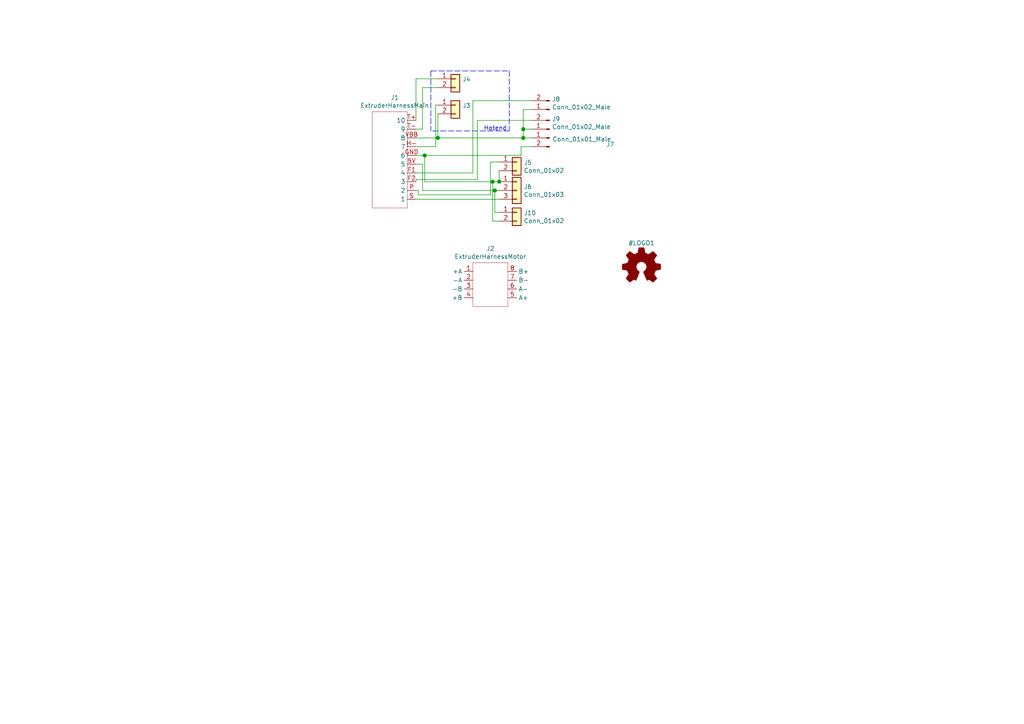
<source format=kicad_sch>
(kicad_sch (version 20210126) (generator eeschema)

  (paper "A4")

  (lib_symbols
    (symbol "Connector:Conn_01x02_Male" (pin_names (offset 1.016) hide) (in_bom yes) (on_board yes)
      (property "Reference" "J" (id 0) (at 0 2.54 0)
        (effects (font (size 1.27 1.27)))
      )
      (property "Value" "Conn_01x02_Male" (id 1) (at 0 -5.08 0)
        (effects (font (size 1.27 1.27)))
      )
      (property "Footprint" "" (id 2) (at 0 0 0)
        (effects (font (size 1.27 1.27)) hide)
      )
      (property "Datasheet" "~" (id 3) (at 0 0 0)
        (effects (font (size 1.27 1.27)) hide)
      )
      (property "ki_keywords" "connector" (id 4) (at 0 0 0)
        (effects (font (size 1.27 1.27)) hide)
      )
      (property "ki_description" "Generic connector, single row, 01x02, script generated (kicad-library-utils/schlib/autogen/connector/)" (id 5) (at 0 0 0)
        (effects (font (size 1.27 1.27)) hide)
      )
      (property "ki_fp_filters" "Connector*:*_1x??_*" (id 6) (at 0 0 0)
        (effects (font (size 1.27 1.27)) hide)
      )
      (symbol "Conn_01x02_Male_1_1"
        (rectangle (start 0.8636 -2.413) (end 0 -2.667)
          (stroke (width 0.1524)) (fill (type outline))
        )
        (rectangle (start 0.8636 0.127) (end 0 -0.127)
          (stroke (width 0.1524)) (fill (type outline))
        )
        (polyline
          (pts
            (xy 1.27 -2.54)
            (xy 0.8636 -2.54)
          )
          (stroke (width 0.1524)) (fill (type none))
        )
        (polyline
          (pts
            (xy 1.27 0)
            (xy 0.8636 0)
          )
          (stroke (width 0.1524)) (fill (type none))
        )
        (pin passive line (at 5.08 0 180) (length 3.81)
          (name "Pin_1" (effects (font (size 1.27 1.27))))
          (number "1" (effects (font (size 1.27 1.27))))
        )
        (pin passive line (at 5.08 -2.54 180) (length 3.81)
          (name "Pin_2" (effects (font (size 1.27 1.27))))
          (number "2" (effects (font (size 1.27 1.27))))
        )
      )
    )
    (symbol "Connector:ExtruderHarnessMain" (in_bom yes) (on_board yes)
      (property "Reference" "J" (id 0) (at -10.16 -40.64 0)
        (effects (font (size 1.27 1.27)))
      )
      (property "Value" "ExtruderHarnessMain" (id 1) (at -10.16 -40.64 0)
        (effects (font (size 1.27 1.27)))
      )
      (property "Footprint" "" (id 2) (at -10.16 -40.64 0)
        (effects (font (size 1.27 1.27)) hide)
      )
      (property "Datasheet" "" (id 3) (at -10.16 -40.64 0)
        (effects (font (size 1.27 1.27)) hide)
      )
      (symbol "ExtruderHarnessMain_0_1"
        (rectangle (start 7.62 17.78) (end 17.78 -10.16)
          (stroke (width 0.0006)) (fill (type none))
        )
      )
      (symbol "ExtruderHarnessMain_1_1"
        (pin output line (at 5.08 5.08 0) (length 2.54)
          (name "5" (effects (font (size 1.27 1.27))))
          (number "5V" (effects (font (size 1.27 1.27))))
        )
        (pin output line (at 5.08 7.62 0) (length 2.54)
          (name "4" (effects (font (size 1.27 1.27))))
          (number "F1" (effects (font (size 1.27 1.27))))
        )
        (pin output line (at 5.08 10.16 0) (length 2.54)
          (name "3" (effects (font (size 1.27 1.27))))
          (number "F2" (effects (font (size 1.27 1.27))))
        )
        (pin output line (at 5.08 2.54 0) (length 2.54)
          (name "6" (effects (font (size 1.27 1.27))))
          (number "GND" (effects (font (size 1.27 1.27))))
        )
        (pin output line (at 5.08 0 0) (length 2.54)
          (name "7" (effects (font (size 1.27 1.27))))
          (number "H-" (effects (font (size 1.27 1.27))))
        )
        (pin output line (at 5.08 12.7 0) (length 2.54)
          (name "2" (effects (font (size 1.27 1.27))))
          (number "P" (effects (font (size 1.27 1.27))))
        )
        (pin output line (at 5.08 15.24 0) (length 2.54)
          (name "1" (effects (font (size 1.27 1.27))))
          (number "S" (effects (font (size 1.27 1.27))))
        )
        (pin output line (at 5.08 -7.62 0) (length 2.54)
          (name "10" (effects (font (size 1.27 1.27))))
          (number "T+" (effects (font (size 1.27 1.27))))
        )
        (pin output line (at 5.08 -5.08 0) (length 2.54)
          (name "9" (effects (font (size 1.27 1.27))))
          (number "T-" (effects (font (size 1.27 1.27))))
        )
        (pin output line (at 5.08 -2.54 0) (length 2.54)
          (name "8" (effects (font (size 1.27 1.27))))
          (number "VBB" (effects (font (size 1.27 1.27))))
        )
      )
    )
    (symbol "Connector:ExtruderHarnessMotor" (in_bom yes) (on_board yes)
      (property "Reference" "J" (id 0) (at 0 -8.636 0)
        (effects (font (size 1.27 1.27)))
      )
      (property "Value" "ExtruderHarnessMotor" (id 1) (at 0 -8.636 0)
        (effects (font (size 1.27 1.27)))
      )
      (property "Footprint" "" (id 2) (at 0 -8.636 0)
        (effects (font (size 1.27 1.27)) hide)
      )
      (property "Datasheet" "" (id 3) (at 0 -8.636 0)
        (effects (font (size 1.27 1.27)) hide)
      )
      (symbol "ExtruderHarnessMotor_0_1"
        (rectangle (start -5.08 7.62) (end 5.08 -5.08)
          (stroke (width 0.0006)) (fill (type none))
        )
      )
      (symbol "ExtruderHarnessMotor_1_1"
        (pin input line (at -5.08 5.08 180) (length 2.54)
          (name "+A" (effects (font (size 1.27 1.27))))
          (number "1" (effects (font (size 1.27 1.27))))
        )
        (pin input line (at -5.08 2.54 180) (length 2.54)
          (name "-A" (effects (font (size 1.27 1.27))))
          (number "2" (effects (font (size 1.27 1.27))))
        )
        (pin input line (at -5.08 0 180) (length 2.54)
          (name "-B" (effects (font (size 1.27 1.27))))
          (number "3" (effects (font (size 1.27 1.27))))
        )
        (pin input line (at -5.08 -2.54 180) (length 2.54)
          (name "+B" (effects (font (size 1.27 1.27))))
          (number "4" (effects (font (size 1.27 1.27))))
        )
        (pin output line (at 5.08 -2.54 0) (length 2.54)
          (name "A+" (effects (font (size 1.27 1.27))))
          (number "5" (effects (font (size 1.27 1.27))))
        )
        (pin output line (at 5.08 0 0) (length 2.54)
          (name "A-" (effects (font (size 1.27 1.27))))
          (number "6" (effects (font (size 1.27 1.27))))
        )
        (pin output line (at 5.08 2.54 0) (length 2.54)
          (name "B-" (effects (font (size 1.27 1.27))))
          (number "7" (effects (font (size 1.27 1.27))))
        )
        (pin output line (at 5.08 5.08 0) (length 2.54)
          (name "B+" (effects (font (size 1.27 1.27))))
          (number "8" (effects (font (size 1.27 1.27))))
        )
      )
    )
    (symbol "Connector_Generic:Conn_01x02" (pin_names (offset 1.016) hide) (in_bom yes) (on_board yes)
      (property "Reference" "J" (id 0) (at 0 2.54 0)
        (effects (font (size 1.27 1.27)))
      )
      (property "Value" "Conn_01x02" (id 1) (at 0 -5.08 0)
        (effects (font (size 1.27 1.27)))
      )
      (property "Footprint" "" (id 2) (at 0 0 0)
        (effects (font (size 1.27 1.27)) hide)
      )
      (property "Datasheet" "~" (id 3) (at 0 0 0)
        (effects (font (size 1.27 1.27)) hide)
      )
      (property "ki_keywords" "connector" (id 4) (at 0 0 0)
        (effects (font (size 1.27 1.27)) hide)
      )
      (property "ki_description" "Generic connector, single row, 01x02, script generated (kicad-library-utils/schlib/autogen/connector/)" (id 5) (at 0 0 0)
        (effects (font (size 1.27 1.27)) hide)
      )
      (property "ki_fp_filters" "Connector*:*_1x??_*" (id 6) (at 0 0 0)
        (effects (font (size 1.27 1.27)) hide)
      )
      (symbol "Conn_01x02_1_1"
        (rectangle (start -1.27 -2.413) (end 0 -2.667)
          (stroke (width 0.1524)) (fill (type none))
        )
        (rectangle (start -1.27 0.127) (end 0 -0.127)
          (stroke (width 0.1524)) (fill (type none))
        )
        (rectangle (start -1.27 1.27) (end 1.27 -3.81)
          (stroke (width 0.254)) (fill (type background))
        )
        (pin passive line (at -5.08 0 0) (length 3.81)
          (name "Pin_1" (effects (font (size 1.27 1.27))))
          (number "1" (effects (font (size 1.27 1.27))))
        )
        (pin passive line (at -5.08 -2.54 0) (length 3.81)
          (name "Pin_2" (effects (font (size 1.27 1.27))))
          (number "2" (effects (font (size 1.27 1.27))))
        )
      )
    )
    (symbol "Connector_Generic:Conn_01x03" (pin_names (offset 1.016) hide) (in_bom yes) (on_board yes)
      (property "Reference" "J" (id 0) (at 0 5.08 0)
        (effects (font (size 1.27 1.27)))
      )
      (property "Value" "Conn_01x03" (id 1) (at 0 -5.08 0)
        (effects (font (size 1.27 1.27)))
      )
      (property "Footprint" "" (id 2) (at 0 0 0)
        (effects (font (size 1.27 1.27)) hide)
      )
      (property "Datasheet" "~" (id 3) (at 0 0 0)
        (effects (font (size 1.27 1.27)) hide)
      )
      (property "ki_keywords" "connector" (id 4) (at 0 0 0)
        (effects (font (size 1.27 1.27)) hide)
      )
      (property "ki_description" "Generic connector, single row, 01x03, script generated (kicad-library-utils/schlib/autogen/connector/)" (id 5) (at 0 0 0)
        (effects (font (size 1.27 1.27)) hide)
      )
      (property "ki_fp_filters" "Connector*:*_1x??_*" (id 6) (at 0 0 0)
        (effects (font (size 1.27 1.27)) hide)
      )
      (symbol "Conn_01x03_1_1"
        (rectangle (start -1.27 -2.413) (end 0 -2.667)
          (stroke (width 0.1524)) (fill (type none))
        )
        (rectangle (start -1.27 0.127) (end 0 -0.127)
          (stroke (width 0.1524)) (fill (type none))
        )
        (rectangle (start -1.27 2.667) (end 0 2.413)
          (stroke (width 0.1524)) (fill (type none))
        )
        (rectangle (start -1.27 3.81) (end 1.27 -3.81)
          (stroke (width 0.254)) (fill (type background))
        )
        (pin passive line (at -5.08 2.54 0) (length 3.81)
          (name "Pin_1" (effects (font (size 1.27 1.27))))
          (number "1" (effects (font (size 1.27 1.27))))
        )
        (pin passive line (at -5.08 0 0) (length 3.81)
          (name "Pin_2" (effects (font (size 1.27 1.27))))
          (number "2" (effects (font (size 1.27 1.27))))
        )
        (pin passive line (at -5.08 -2.54 0) (length 3.81)
          (name "Pin_3" (effects (font (size 1.27 1.27))))
          (number "3" (effects (font (size 1.27 1.27))))
        )
      )
    )
    (symbol "Graphic:Logo_Open_Hardware_Small" (pin_names (offset 1.016)) (in_bom yes) (on_board yes)
      (property "Reference" "#LOGO" (id 0) (at 0 6.985 0)
        (effects (font (size 1.27 1.27)) hide)
      )
      (property "Value" "Logo_Open_Hardware_Small" (id 1) (at 0 -5.715 0)
        (effects (font (size 1.27 1.27)) hide)
      )
      (property "Footprint" "" (id 2) (at 0 0 0)
        (effects (font (size 1.27 1.27)) hide)
      )
      (property "Datasheet" "~" (id 3) (at 0 0 0)
        (effects (font (size 1.27 1.27)) hide)
      )
      (property "ki_keywords" "Logo" (id 4) (at 0 0 0)
        (effects (font (size 1.27 1.27)) hide)
      )
      (property "ki_description" "Open Hardware logo, small" (id 5) (at 0 0 0)
        (effects (font (size 1.27 1.27)) hide)
      )
      (symbol "Logo_Open_Hardware_Small_0_1"
        (polyline
          (pts
            (xy 3.3528 -4.3434)
            (xy 3.302 -4.318)
            (xy 3.175 -4.2418)
            (xy 2.9972 -4.1148)
            (xy 2.7686 -3.9624)
            (xy 2.54 -3.81)
            (xy 2.3622 -3.7084)
            (xy 2.2352 -3.6068)
            (xy 2.1844 -3.5814)
            (xy 2.159 -3.6068)
            (xy 2.0574 -3.6576)
            (xy 1.905 -3.7338)
            (xy 1.8034 -3.7846)
            (xy 1.6764 -3.8354)
            (xy 1.6002 -3.8354)
            (xy 1.6002 -3.8354)
            (xy 1.5494 -3.7338)
            (xy 1.4732 -3.5306)
            (xy 1.3462 -3.302)
            (xy 1.2446 -3.0226)
            (xy 1.1176 -2.7178)
            (xy 0.9652 -2.413)
            (xy 0.8636 -2.1082)
            (xy 0.7366 -1.8288)
            (xy 0.6604 -1.6256)
            (xy 0.6096 -1.4732)
            (xy 0.5842 -1.397)
            (xy 0.5842 -1.397)
            (xy 0.6604 -1.3208)
            (xy 0.7874 -1.2446)
            (xy 1.0414 -1.016)
            (xy 1.2954 -0.6858)
            (xy 1.4478 -0.3302)
            (xy 1.524 0.0762)
            (xy 1.4732 0.4572)
            (xy 1.3208 0.8128)
            (xy 1.0668 1.143)
            (xy 0.762 1.3716)
            (xy 0.4064 1.524)
            (xy 0 1.5748)
            (xy -0.381 1.5494)
            (xy -0.7366 1.397)
            (xy -1.0668 1.143)
            (xy -1.2192 0.9906)
            (xy -1.397 0.6604)
            (xy -1.524 0.3048)
            (xy -1.524 0.2286)
            (xy -1.4986 -0.1778)
            (xy -1.397 -0.5334)
            (xy -1.1938 -0.8636)
            (xy -0.9144 -1.143)
            (xy -0.8636 -1.1684)
            (xy -0.7366 -1.27)
            (xy -0.635 -1.3462)
            (xy -0.5842 -1.397)
            (xy -1.0668 -2.5908)
            (xy -1.143 -2.794)
            (xy -1.2954 -3.1242)
            (xy -1.397 -3.4036)
            (xy -1.4986 -3.6322)
            (xy -1.5748 -3.7846)
            (xy -1.6002 -3.8354)
            (xy -1.6002 -3.8354)
            (xy -1.651 -3.8354)
            (xy -1.7272 -3.81)
            (xy -1.905 -3.7338)
            (xy -2.0066 -3.683)
            (xy -2.1336 -3.6068)
            (xy -2.2098 -3.5814)
            (xy -2.2606 -3.6068)
            (xy -2.3622 -3.683)
            (xy -2.54 -3.81)
            (xy -2.7686 -3.9624)
            (xy -2.9718 -4.0894)
            (xy -3.1496 -4.2164)
            (xy -3.302 -4.318)
            (xy -3.3528 -4.3434)
            (xy -3.3782 -4.3434)
            (xy -3.429 -4.318)
            (xy -3.5306 -4.2164)
            (xy -3.7084 -4.064)
            (xy -3.937 -3.8354)
            (xy -3.9624 -3.81)
            (xy -4.1656 -3.6068)
            (xy -4.318 -3.4544)
            (xy -4.4196 -3.3274)
            (xy -4.445 -3.2766)
            (xy -4.445 -3.2766)
            (xy -4.4196 -3.2258)
            (xy -4.318 -3.0734)
            (xy -4.2164 -2.8956)
            (xy -4.064 -2.667)
            (xy -3.6576 -2.0828)
            (xy -3.8862 -1.5494)
            (xy -3.937 -1.3716)
            (xy -4.0386 -1.1684)
            (xy -4.0894 -1.0414)
            (xy -4.1148 -0.9652)
            (xy -4.191 -0.9398)
            (xy -4.318 -0.9144)
            (xy -4.5466 -0.8636)
            (xy -4.8006 -0.8128)
            (xy -5.0546 -0.7874)
            (xy -5.2578 -0.7366)
            (xy -5.4356 -0.7112)
            (xy -5.5118 -0.6858)
            (xy -5.5118 -0.6858)
            (xy -5.5372 -0.635)
            (xy -5.5372 -0.5588)
            (xy -5.5372 -0.4318)
            (xy -5.5626 -0.2286)
            (xy -5.5626 0.0762)
            (xy -5.5626 0.127)
            (xy -5.5372 0.4064)
            (xy -5.5372 0.635)
            (xy -5.5372 0.762)
            (xy -5.5372 0.8382)
            (xy -5.5372 0.8382)
            (xy -5.461 0.8382)
            (xy -5.3086 0.889)
            (xy -5.08 0.9144)
            (xy -4.826 0.9652)
            (xy -4.8006 0.9906)
            (xy -4.5466 1.0414)
            (xy -4.318 1.0668)
            (xy -4.1656 1.1176)
            (xy -4.0894 1.143)
            (xy -4.0894 1.143)
            (xy -4.0386 1.2446)
            (xy -3.9624 1.4224)
            (xy -3.8608 1.6256)
            (xy -3.7846 1.8288)
            (xy -3.7084 2.0066)
            (xy -3.6576 2.159)
            (xy -3.6322 2.2098)
            (xy -3.6322 2.2098)
            (xy -3.683 2.286)
            (xy -3.7592 2.413)
            (xy -3.8862 2.5908)
            (xy -4.064 2.8194)
            (xy -4.064 2.8448)
            (xy -4.2164 3.0734)
            (xy -4.3434 3.2512)
            (xy -4.4196 3.3782)
            (xy -4.445 3.4544)
            (xy -4.445 3.4544)
            (xy -4.3942 3.5052)
            (xy -4.2926 3.6322)
            (xy -4.1148 3.81)
            (xy -3.937 4.0132)
            (xy -3.8608 4.064)
            (xy -3.6576 4.2926)
            (xy -3.5052 4.4196)
            (xy -3.4036 4.4958)
            (xy -3.3528 4.5212)
            (xy -3.3528 4.5212)
            (xy -3.302 4.4704)
            (xy -3.1496 4.3688)
            (xy -2.9718 4.2418)
            (xy -2.7432 4.0894)
            (xy -2.7178 4.0894)
            (xy -2.4892 3.937)
            (xy -2.3114 3.81)
            (xy -2.1844 3.7084)
            (xy -2.1336 3.683)
            (xy -2.1082 3.683)
            (xy -2.032 3.7084)
            (xy -1.8542 3.7592)
            (xy -1.6764 3.8354)
            (xy -1.4732 3.937)
            (xy -1.27 4.0132)
            (xy -1.143 4.064)
            (xy -1.0668 4.1148)
            (xy -1.0668 4.1148)
            (xy -1.0414 4.191)
            (xy -1.016 4.3434)
            (xy -0.9652 4.572)
            (xy -0.9144 4.8514)
            (xy -0.889 4.9022)
            (xy -0.8382 5.1562)
            (xy -0.8128 5.3848)
            (xy -0.7874 5.5372)
            (xy -0.762 5.588)
            (xy -0.7112 5.6134)
            (xy -0.5842 5.6134)
            (xy -0.4064 5.6134)
            (xy -0.1524 5.6134)
            (xy 0.0762 5.6134)
            (xy 0.3302 5.6134)
            (xy 0.5334 5.6134)
            (xy 0.6858 5.588)
            (xy 0.7366 5.588)
            (xy 0.7366 5.588)
            (xy 0.762 5.5118)
            (xy 0.8128 5.334)
            (xy 0.8382 5.1054)
            (xy 0.9144 4.826)
            (xy 0.9144 4.7752)
            (xy 0.9652 4.5212)
            (xy 1.016 4.2926)
            (xy 1.0414 4.1402)
            (xy 1.0668 4.0894)
            (xy 1.0668 4.0894)
            (xy 1.1938 4.0386)
            (xy 1.3716 3.9624)
            (xy 1.5748 3.8608)
            (xy 2.0828 3.6576)
            (xy 2.7178 4.0894)
            (xy 2.7686 4.1402)
            (xy 2.9972 4.2926)
            (xy 3.175 4.4196)
            (xy 3.302 4.4958)
            (xy 3.3782 4.5212)
            (xy 3.3782 4.5212)
            (xy 3.429 4.4704)
            (xy 3.556 4.3434)
            (xy 3.7338 4.191)
            (xy 3.9116 3.9878)
            (xy 4.064 3.8354)
            (xy 4.2418 3.6576)
            (xy 4.3434 3.556)
            (xy 4.4196 3.4798)
            (xy 4.4196 3.429)
            (xy 4.4196 3.4036)
            (xy 4.3942 3.3274)
            (xy 4.2926 3.2004)
            (xy 4.1656 2.9972)
            (xy 4.0132 2.794)
            (xy 3.8862 2.5908)
            (xy 3.7592 2.3876)
            (xy 3.6576 2.2352)
            (xy 3.6322 2.159)
            (xy 3.6322 2.1336)
            (xy 3.683 2.0066)
            (xy 3.7592 1.8288)
            (xy 3.8608 1.6002)
            (xy 4.064 1.1176)
            (xy 4.3942 1.0414)
            (xy 4.5974 1.016)
            (xy 4.8768 0.9652)
            (xy 5.1308 0.9144)
            (xy 5.5372 0.8382)
            (xy 5.5626 -0.6604)
            (xy 5.4864 -0.6858)
            (xy 5.4356 -0.6858)
            (xy 5.2832 -0.7366)
            (xy 5.0546 -0.762)
            (xy 4.8006 -0.8128)
            (xy 4.5974 -0.8636)
            (xy 4.3688 -0.9144)
            (xy 4.2164 -0.9398)
            (xy 4.1402 -0.9398)
            (xy 4.1148 -0.9652)
            (xy 4.064 -1.0668)
            (xy 3.9878 -1.2446)
            (xy 3.9116 -1.4478)
            (xy 3.81 -1.651)
            (xy 3.7338 -1.8542)
            (xy 3.683 -2.0066)
            (xy 3.6576 -2.0828)
            (xy 3.683 -2.1336)
            (xy 3.7846 -2.2606)
            (xy 3.8862 -2.4638)
            (xy 4.0386 -2.667)
            (xy 4.191 -2.8956)
            (xy 4.318 -3.0734)
            (xy 4.3942 -3.2004)
            (xy 4.445 -3.2766)
            (xy 4.4196 -3.3274)
            (xy 4.3434 -3.429)
            (xy 4.1656 -3.5814)
            (xy 3.937 -3.8354)
            (xy 3.8862 -3.8608)
            (xy 3.683 -4.064)
            (xy 3.5306 -4.2164)
            (xy 3.4036 -4.318)
            (xy 3.3528 -4.3434)
          )
          (stroke (width 0)) (fill (type outline))
        )
      )
    )
  )

  (junction (at 123.19 45.085) (diameter 1.016) (color 0 0 0 0))
  (junction (at 127 40.005) (diameter 1.016) (color 0 0 0 0))
  (junction (at 142.875 52.705) (diameter 1.016) (color 0 0 0 0))
  (junction (at 143.51 55.245) (diameter 1.016) (color 0 0 0 0))
  (junction (at 144.78 52.705) (diameter 1.016) (color 0 0 0 0))
  (junction (at 151.765 37.465) (diameter 1.016) (color 0 0 0 0))
  (junction (at 151.765 40.005) (diameter 1.016) (color 0 0 0 0))

  (wire (pts (xy 120.65 22.86) (xy 127 22.86))
    (stroke (width 0) (type solid) (color 0 0 0 0))
    (uuid e0660b2d-b63a-4d60-8ffc-0065f7ccb690)
  )
  (wire (pts (xy 120.65 34.925) (xy 120.65 22.86))
    (stroke (width 0) (type solid) (color 0 0 0 0))
    (uuid e0660b2d-b63a-4d60-8ffc-0065f7ccb690)
  )
  (wire (pts (xy 120.65 40.005) (xy 127 40.005))
    (stroke (width 0) (type solid) (color 0 0 0 0))
    (uuid e837553e-6246-40ec-90d9-2f190d96efc5)
  )
  (wire (pts (xy 120.65 42.545) (xy 126.365 42.545))
    (stroke (width 0) (type solid) (color 0 0 0 0))
    (uuid dd985039-bfd5-4eb8-a455-a6e25e8df504)
  )
  (wire (pts (xy 120.65 47.625) (xy 122.555 47.625))
    (stroke (width 0) (type solid) (color 0 0 0 0))
    (uuid 536d4b73-d0db-4b3a-bb4b-b8aa7eebebc6)
  )
  (wire (pts (xy 120.65 50.165) (xy 137.16 50.165))
    (stroke (width 0) (type solid) (color 0 0 0 0))
    (uuid 45ef348f-e3ad-44fd-b7ff-032e0c305dad)
  )
  (wire (pts (xy 120.65 52.07) (xy 120.65 52.705))
    (stroke (width 0) (type solid) (color 0 0 0 0))
    (uuid 01d29180-6127-4306-b55d-b8eb4f4b146f)
  )
  (wire (pts (xy 120.65 55.245) (xy 121.285 55.245))
    (stroke (width 0) (type solid) (color 0 0 0 0))
    (uuid ef07bd01-6e52-418e-b64d-5ce2fc3cbfeb)
  )
  (wire (pts (xy 120.65 57.785) (xy 144.78 57.785))
    (stroke (width 0) (type solid) (color 0 0 0 0))
    (uuid a427481d-cc60-43b7-ac18-83242fa8caad)
  )
  (wire (pts (xy 121.285 55.245) (xy 121.285 56.515))
    (stroke (width 0) (type solid) (color 0 0 0 0))
    (uuid ef07bd01-6e52-418e-b64d-5ce2fc3cbfeb)
  )
  (wire (pts (xy 121.285 56.515) (xy 142.24 56.515))
    (stroke (width 0) (type solid) (color 0 0 0 0))
    (uuid ef07bd01-6e52-418e-b64d-5ce2fc3cbfeb)
  )
  (wire (pts (xy 122.555 25.4) (xy 122.555 37.465))
    (stroke (width 0) (type solid) (color 0 0 0 0))
    (uuid 199fb04c-4162-430a-a0de-d8a54bdce558)
  )
  (wire (pts (xy 122.555 37.465) (xy 120.65 37.465))
    (stroke (width 0) (type solid) (color 0 0 0 0))
    (uuid 199fb04c-4162-430a-a0de-d8a54bdce558)
  )
  (wire (pts (xy 122.555 47.625) (xy 122.555 55.245))
    (stroke (width 0) (type solid) (color 0 0 0 0))
    (uuid 536d4b73-d0db-4b3a-bb4b-b8aa7eebebc6)
  )
  (wire (pts (xy 122.555 55.245) (xy 143.51 55.245))
    (stroke (width 0) (type solid) (color 0 0 0 0))
    (uuid 536d4b73-d0db-4b3a-bb4b-b8aa7eebebc6)
  )
  (wire (pts (xy 123.19 45.085) (xy 120.65 45.085))
    (stroke (width 0) (type solid) (color 0 0 0 0))
    (uuid e18a81ae-9ca2-45a4-ac52-89d96b0dfd68)
  )
  (wire (pts (xy 123.19 45.085) (xy 151.13 45.085))
    (stroke (width 0) (type solid) (color 0 0 0 0))
    (uuid 9e8e42e7-46f4-47d5-8c8f-821ed587e49d)
  )
  (wire (pts (xy 123.19 52.705) (xy 123.19 45.085))
    (stroke (width 0) (type solid) (color 0 0 0 0))
    (uuid e18a81ae-9ca2-45a4-ac52-89d96b0dfd68)
  )
  (wire (pts (xy 126.365 30.48) (xy 126.365 42.545))
    (stroke (width 0) (type solid) (color 0 0 0 0))
    (uuid be145362-7a2a-4ae1-930f-a91c6fe1a9e0)
  )
  (wire (pts (xy 126.365 30.48) (xy 127 30.48))
    (stroke (width 0) (type solid) (color 0 0 0 0))
    (uuid be145362-7a2a-4ae1-930f-a91c6fe1a9e0)
  )
  (wire (pts (xy 127 25.4) (xy 122.555 25.4))
    (stroke (width 0) (type solid) (color 0 0 0 0))
    (uuid 199fb04c-4162-430a-a0de-d8a54bdce558)
  )
  (wire (pts (xy 127 33.02) (xy 127 40.005))
    (stroke (width 0) (type solid) (color 0 0 0 0))
    (uuid b05fb092-6517-49d7-a99e-f0590c121fbd)
  )
  (wire (pts (xy 127 40.005) (xy 151.765 40.005))
    (stroke (width 0) (type solid) (color 0 0 0 0))
    (uuid e837553e-6246-40ec-90d9-2f190d96efc5)
  )
  (wire (pts (xy 137.16 29.21) (xy 154.305 29.21))
    (stroke (width 0) (type solid) (color 0 0 0 0))
    (uuid 45ef348f-e3ad-44fd-b7ff-032e0c305dad)
  )
  (wire (pts (xy 137.16 50.165) (xy 137.16 29.21))
    (stroke (width 0) (type solid) (color 0 0 0 0))
    (uuid 45ef348f-e3ad-44fd-b7ff-032e0c305dad)
  )
  (wire (pts (xy 138.43 34.925) (xy 138.43 52.07))
    (stroke (width 0) (type solid) (color 0 0 0 0))
    (uuid 01d29180-6127-4306-b55d-b8eb4f4b146f)
  )
  (wire (pts (xy 138.43 52.07) (xy 120.65 52.07))
    (stroke (width 0) (type solid) (color 0 0 0 0))
    (uuid 01d29180-6127-4306-b55d-b8eb4f4b146f)
  )
  (wire (pts (xy 142.24 46.99) (xy 144.78 46.99))
    (stroke (width 0) (type solid) (color 0 0 0 0))
    (uuid ef07bd01-6e52-418e-b64d-5ce2fc3cbfeb)
  )
  (wire (pts (xy 142.24 56.515) (xy 142.24 46.99))
    (stroke (width 0) (type solid) (color 0 0 0 0))
    (uuid ef07bd01-6e52-418e-b64d-5ce2fc3cbfeb)
  )
  (wire (pts (xy 142.875 52.705) (xy 123.19 52.705))
    (stroke (width 0) (type solid) (color 0 0 0 0))
    (uuid e18a81ae-9ca2-45a4-ac52-89d96b0dfd68)
  )
  (wire (pts (xy 142.875 52.705) (xy 142.875 64.135))
    (stroke (width 0) (type solid) (color 0 0 0 0))
    (uuid 42b3ad92-a24e-4b31-8a53-196182c13338)
  )
  (wire (pts (xy 142.875 64.135) (xy 144.78 64.135))
    (stroke (width 0) (type solid) (color 0 0 0 0))
    (uuid 42b3ad92-a24e-4b31-8a53-196182c13338)
  )
  (wire (pts (xy 143.51 55.245) (xy 144.78 55.245))
    (stroke (width 0) (type solid) (color 0 0 0 0))
    (uuid 536d4b73-d0db-4b3a-bb4b-b8aa7eebebc6)
  )
  (wire (pts (xy 143.51 61.595) (xy 143.51 55.245))
    (stroke (width 0) (type solid) (color 0 0 0 0))
    (uuid ed171b1f-e31d-437a-b85d-2ac77f2d23f6)
  )
  (wire (pts (xy 144.78 49.53) (xy 144.78 52.705))
    (stroke (width 0) (type solid) (color 0 0 0 0))
    (uuid f65ab8ed-a6c2-4095-92e2-ff7d70466416)
  )
  (wire (pts (xy 144.78 52.705) (xy 142.875 52.705))
    (stroke (width 0) (type solid) (color 0 0 0 0))
    (uuid e18a81ae-9ca2-45a4-ac52-89d96b0dfd68)
  )
  (wire (pts (xy 144.78 61.595) (xy 143.51 61.595))
    (stroke (width 0) (type solid) (color 0 0 0 0))
    (uuid ed171b1f-e31d-437a-b85d-2ac77f2d23f6)
  )
  (wire (pts (xy 151.13 42.545) (xy 151.13 45.085))
    (stroke (width 0) (type solid) (color 0 0 0 0))
    (uuid 9e8e42e7-46f4-47d5-8c8f-821ed587e49d)
  )
  (wire (pts (xy 151.765 31.75) (xy 154.305 31.75))
    (stroke (width 0) (type solid) (color 0 0 0 0))
    (uuid 49587fb8-2755-49f6-b2ec-184160c1dc87)
  )
  (wire (pts (xy 151.765 37.465) (xy 151.765 31.75))
    (stroke (width 0) (type solid) (color 0 0 0 0))
    (uuid 49587fb8-2755-49f6-b2ec-184160c1dc87)
  )
  (wire (pts (xy 151.765 40.005) (xy 151.765 37.465))
    (stroke (width 0) (type solid) (color 0 0 0 0))
    (uuid f01c01d8-ccb0-483d-a08a-96f49a4bd42c)
  )
  (wire (pts (xy 151.765 40.005) (xy 154.305 40.005))
    (stroke (width 0) (type solid) (color 0 0 0 0))
    (uuid c542f4bb-e209-4422-9965-0b57ba1c8ff7)
  )
  (wire (pts (xy 154.305 34.925) (xy 138.43 34.925))
    (stroke (width 0) (type solid) (color 0 0 0 0))
    (uuid 01d29180-6127-4306-b55d-b8eb4f4b146f)
  )
  (wire (pts (xy 154.305 37.465) (xy 151.765 37.465))
    (stroke (width 0) (type solid) (color 0 0 0 0))
    (uuid 49587fb8-2755-49f6-b2ec-184160c1dc87)
  )
  (wire (pts (xy 154.305 42.545) (xy 151.13 42.545))
    (stroke (width 0) (type solid) (color 0 0 0 0))
    (uuid 002eecc8-7b7b-41f9-9594-1305c46f67eb)
  )
  (polyline (pts (xy 124.968 20.574) (xy 124.968 37.973))
    (stroke (width 0) (type dash) (color 0 0 0 0))
    (uuid e4df1338-960d-45cc-ab3f-151aae34fdc1)
  )
  (polyline (pts (xy 124.968 20.574) (xy 147.701 20.574))
    (stroke (width 0) (type dash) (color 0 0 0 0))
    (uuid e4df1338-960d-45cc-ab3f-151aae34fdc1)
  )
  (polyline (pts (xy 147.701 20.574) (xy 147.701 37.973))
    (stroke (width 0) (type dash) (color 0 0 0 0))
    (uuid e4df1338-960d-45cc-ab3f-151aae34fdc1)
  )
  (polyline (pts (xy 147.701 37.973) (xy 124.968 37.973))
    (stroke (width 0) (type dash) (color 0 0 0 0))
    (uuid e4df1338-960d-45cc-ab3f-151aae34fdc1)
  )

  (text "Hotend\n" (at 147.066 38.1 180)
    (effects (font (size 1.27 1.27)) (justify right bottom))
    (uuid 1864d66f-c1df-449b-b90f-a42afd37dfce)
  )

  (symbol (lib_id "Connector:Conn_01x02_Male") (at 159.385 31.75 180) (unit 1)
    (in_bom yes) (on_board yes)
    (uuid 03bbafa3-f5fb-4309-aeb1-342c549727b5)
    (property "Reference" "J8" (id 0) (at 160.0963 28.7718 0)
      (effects (font (size 1.27 1.27)) (justify right))
    )
    (property "Value" "Conn_01x02_Male" (id 1) (at 160.0963 31.0705 0)
      (effects (font (size 1.27 1.27)) (justify right))
    )
    (property "Footprint" "Connector_JST:JST_XH_B2B-XH-A_1x02_P2.50mm_Vertical" (id 2) (at 159.385 31.75 0)
      (effects (font (size 1.27 1.27)) hide)
    )
    (property "Datasheet" "~" (id 3) (at 159.385 31.75 0)
      (effects (font (size 1.27 1.27)) hide)
    )
    (pin "1" (uuid 80f05bbf-97da-4e9c-a16b-521dc29a336f))
    (pin "2" (uuid adae1a1f-0d22-4145-92af-e1e59c8413cf))
  )

  (symbol (lib_id "Connector:Conn_01x02_Male") (at 159.385 37.465 180) (unit 1)
    (in_bom yes) (on_board yes)
    (uuid 502cb649-04d9-4bd9-aac0-06db75e93816)
    (property "Reference" "J9" (id 0) (at 160.0963 34.4868 0)
      (effects (font (size 1.27 1.27)) (justify right))
    )
    (property "Value" "Conn_01x02_Male" (id 1) (at 160.0963 36.7855 0)
      (effects (font (size 1.27 1.27)) (justify right))
    )
    (property "Footprint" "Connector_JST:JST_XH_B2B-XH-A_1x02_P2.50mm_Vertical" (id 2) (at 159.385 37.465 0)
      (effects (font (size 1.27 1.27)) hide)
    )
    (property "Datasheet" "~" (id 3) (at 159.385 37.465 0)
      (effects (font (size 1.27 1.27)) hide)
    )
    (pin "1" (uuid 80f05bbf-97da-4e9c-a16b-521dc29a336f))
    (pin "2" (uuid adae1a1f-0d22-4145-92af-e1e59c8413cf))
  )

  (symbol (lib_id "Connector:Conn_01x02_Male") (at 159.385 40.005 0) (mirror y) (unit 1)
    (in_bom yes) (on_board yes)
    (uuid 88526aec-d778-4250-95f9-5942b466e430)
    (property "Reference" "J7" (id 0) (at 177.0126 41.8908 0))
    (property "Value" "Conn_01x01_Male" (id 1) (at 168.7576 40.3795 0))
    (property "Footprint" "Connector_Molex:Molex_KK-254_AE-6410-02A_1x02_P2.54mm_Vertical" (id 2) (at 159.385 40.005 0)
      (effects (font (size 1.27 1.27)) hide)
    )
    (property "Datasheet" "~" (id 3) (at 159.385 40.005 0)
      (effects (font (size 1.27 1.27)) hide)
    )
    (pin "1" (uuid 88cfc36e-057c-45f7-bd46-9601e4a91a83))
    (pin "2" (uuid d0f0de86-d969-4dd1-a9f1-9a8c1e028d37))
  )

  (symbol (lib_id "Connector_Generic:Conn_01x02") (at 132.08 22.86 0) (unit 1)
    (in_bom yes) (on_board yes)
    (uuid c59d5131-58b4-420f-aa83-8e81fcce3c5e)
    (property "Reference" "J4" (id 0) (at 134.1121 23.0314 0)
      (effects (font (size 1.27 1.27)) (justify left))
    )
    (property "Value" "Conn_01x02" (id 1) (at 134.1121 25.3301 0)
      (effects (font (size 1.27 1.27)) (justify left) hide)
    )
    (property "Footprint" "Connector_JST:JST_EH_S2B-EH_1x02_P2.50mm_Horizontal" (id 2) (at 132.08 22.86 0)
      (effects (font (size 1.27 1.27)) hide)
    )
    (property "Datasheet" "~" (id 3) (at 132.08 22.86 0)
      (effects (font (size 1.27 1.27)) hide)
    )
    (pin "1" (uuid a99822bb-a43b-4738-a472-95dfa58d6922))
    (pin "2" (uuid 31d89b0e-2955-4df0-9761-d55c9189ef65))
  )

  (symbol (lib_id "Connector_Generic:Conn_01x02") (at 132.08 30.48 0) (unit 1)
    (in_bom yes) (on_board yes)
    (uuid 57493fc4-7c01-47d4-b1e7-12eb08563789)
    (property "Reference" "J3" (id 0) (at 134.1121 30.6514 0)
      (effects (font (size 1.27 1.27)) (justify left))
    )
    (property "Value" "Conn_01x02" (id 1) (at 134.1121 32.9501 0)
      (effects (font (size 1.27 1.27)) (justify left) hide)
    )
    (property "Footprint" "Connector_AMASS:AMASS_XT30PW-F_1x02_P2.50mm_Horizontal" (id 2) (at 132.08 30.48 0)
      (effects (font (size 1.27 1.27)) hide)
    )
    (property "Datasheet" "~" (id 3) (at 132.08 30.48 0)
      (effects (font (size 1.27 1.27)) hide)
    )
    (pin "1" (uuid a99822bb-a43b-4738-a472-95dfa58d6922))
    (pin "2" (uuid 31d89b0e-2955-4df0-9761-d55c9189ef65))
  )

  (symbol (lib_id "Connector_Generic:Conn_01x02") (at 149.86 46.99 0) (unit 1)
    (in_bom yes) (on_board yes)
    (uuid a0133d1d-4b11-4637-825f-42acef7360c8)
    (property "Reference" "J5" (id 0) (at 151.8921 47.1614 0)
      (effects (font (size 1.27 1.27)) (justify left))
    )
    (property "Value" "Conn_01x02" (id 1) (at 151.8921 49.4601 0)
      (effects (font (size 1.27 1.27)) (justify left))
    )
    (property "Footprint" "Connector_Molex:Molex_KK-254_AE-6410-02A_1x02_P2.54mm_Vertical" (id 2) (at 149.86 46.99 0)
      (effects (font (size 1.27 1.27)) hide)
    )
    (property "Datasheet" "~" (id 3) (at 149.86 46.99 0)
      (effects (font (size 1.27 1.27)) hide)
    )
    (pin "1" (uuid fa429719-2bcf-46c3-9efa-3bb648629ccd))
    (pin "2" (uuid fbbac533-fc9a-4057-a786-c7fe1dd44e89))
  )

  (symbol (lib_id "Connector_Generic:Conn_01x02") (at 149.86 61.595 0) (unit 1)
    (in_bom yes) (on_board yes)
    (uuid 46d7d0f5-8051-4742-8166-3aabb7c0a4c7)
    (property "Reference" "J10" (id 0) (at 151.8921 61.7664 0)
      (effects (font (size 1.27 1.27)) (justify left))
    )
    (property "Value" "Conn_01x02" (id 1) (at 151.8921 64.0651 0)
      (effects (font (size 1.27 1.27)) (justify left))
    )
    (property "Footprint" "Connector_Molex:Molex_KK-254_AE-6410-02A_1x02_P2.54mm_Vertical" (id 2) (at 149.86 61.595 0)
      (effects (font (size 1.27 1.27)) hide)
    )
    (property "Datasheet" "~" (id 3) (at 149.86 61.595 0)
      (effects (font (size 1.27 1.27)) hide)
    )
    (pin "1" (uuid fa429719-2bcf-46c3-9efa-3bb648629ccd))
    (pin "2" (uuid fbbac533-fc9a-4057-a786-c7fe1dd44e89))
  )

  (symbol (lib_id "Connector_Generic:Conn_01x03") (at 149.86 55.245 0) (unit 1)
    (in_bom yes) (on_board yes)
    (uuid 61a5ec9c-234a-42a8-afe5-ee9fbaccc185)
    (property "Reference" "J6" (id 0) (at 151.8921 54.1464 0)
      (effects (font (size 1.27 1.27)) (justify left))
    )
    (property "Value" "Conn_01x03" (id 1) (at 151.8921 56.4451 0)
      (effects (font (size 1.27 1.27)) (justify left))
    )
    (property "Footprint" "Connector_Molex:Molex_KK-254_AE-6410-03A_1x03_P2.54mm_Vertical" (id 2) (at 149.86 55.245 0)
      (effects (font (size 1.27 1.27)) hide)
    )
    (property "Datasheet" "~" (id 3) (at 149.86 55.245 0)
      (effects (font (size 1.27 1.27)) hide)
    )
    (pin "1" (uuid fee511bf-0092-40b6-809d-1a565f7adc94))
    (pin "2" (uuid 55c32c7c-ceca-4103-ae54-bb20b8470561))
    (pin "3" (uuid 1d937778-71b7-4973-b7aa-bb7d5f4945b6))
  )

  (symbol (lib_id "Graphic:Logo_Open_Hardware_Small") (at 186.055 77.47 0) (unit 1)
    (in_bom yes) (on_board yes)
    (uuid fb0d553c-f8da-4888-86df-48f1991ef1fa)
    (property "Reference" "#LOGO1" (id 0) (at 186.055 70.485 0))
    (property "Value" "Logo_Open_Hardware_Small" (id 1) (at 186.055 83.185 0)
      (effects (font (size 1.27 1.27)) hide)
    )
    (property "Footprint" "" (id 2) (at 186.055 77.47 0))
    (property "Datasheet" "~" (id 3) (at 186.055 77.47 0)
      (effects (font (size 1.27 1.27)) hide)
    )
  )

  (symbol (lib_id "Connector:ExtruderHarnessMotor") (at 142.24 83.82 0) (unit 1)
    (in_bom yes) (on_board yes)
    (uuid b7e4d032-cdde-4a21-96cc-fe48caa57f01)
    (property "Reference" "J2" (id 0) (at 142.24 72.1165 0))
    (property "Value" "ExtruderHarnessMotor" (id 1) (at 142.24 74.4152 0))
    (property "Footprint" "Connector_Wire:MotorPlugHarness" (id 2) (at 142.24 92.456 0)
      (effects (font (size 1.27 1.27)) hide)
    )
    (property "Datasheet" "" (id 3) (at 142.24 92.456 0)
      (effects (font (size 1.27 1.27)) hide)
    )
    (pin "1" (uuid 3da73ef7-b971-48f3-910c-e4bd83ffd1c8))
    (pin "2" (uuid c2822632-0f91-418c-988b-9ab8de1da249))
    (pin "3" (uuid e3297e13-6be4-43f1-96a6-1c60aa2e2c7e))
    (pin "4" (uuid 60061399-8254-478d-b424-0e0657a2f1b4))
    (pin "5" (uuid 7da5af8e-71a6-4073-882b-ba09dfbba566))
    (pin "6" (uuid 233d762e-d296-43c9-a921-22192389ef5a))
    (pin "7" (uuid 83ae224d-0951-4d88-8951-d7496fa21adb))
    (pin "8" (uuid de5b7838-f211-42c0-9974-9edbae0ccfbc))
  )

  (symbol (lib_id "Connector:ExtruderHarnessMain") (at 125.73 42.545 180) (unit 1)
    (in_bom yes) (on_board yes)
    (uuid b34b8982-2013-4dca-ac18-98193e4c2740)
    (property "Reference" "J1" (id 0) (at 114.4903 28.3015 0))
    (property "Value" "ExtruderHarnessMain" (id 1) (at 114.4903 30.6002 0))
    (property "Footprint" "Connector_Wire:ExtruderHarnessWire" (id 2) (at 135.89 1.905 0)
      (effects (font (size 1.27 1.27)) hide)
    )
    (property "Datasheet" "" (id 3) (at 135.89 1.905 0)
      (effects (font (size 1.27 1.27)) hide)
    )
    (pin "5V" (uuid 97e800da-afac-4bcb-8ec6-f3c3d2328e4d))
    (pin "F1" (uuid a8041c36-83aa-4caa-8227-4c0ccee161f7))
    (pin "F2" (uuid 5b4e3ed6-d9c6-4178-9cb0-d1b2d3cb90f3))
    (pin "GND" (uuid 61d89f5c-9e73-4c6c-8a93-416f129280ad))
    (pin "H-" (uuid 353909ac-ec5d-4253-a774-d3acc74c1966))
    (pin "P" (uuid 740976b0-48de-4921-af79-01771260abb2))
    (pin "S" (uuid 180bd43d-9bf4-49be-a11b-4b7f25d94a55))
    (pin "T+" (uuid fbd8bcfd-c5bb-450d-8bd8-4052d9d1f33a))
    (pin "T-" (uuid 20a799dc-2abd-475f-9952-0505b86161d0))
    (pin "VBB" (uuid 75c3ad21-ea56-4dd5-8e79-a0d5c0750e35))
  )

  (sheet_instances
    (path "/" (page "1"))
  )

  (symbol_instances
    (path "/fb0d553c-f8da-4888-86df-48f1991ef1fa"
      (reference "#LOGO1") (unit 1) (value "Logo_Open_Hardware_Small") (footprint "")
    )
    (path "/b34b8982-2013-4dca-ac18-98193e4c2740"
      (reference "J1") (unit 1) (value "ExtruderHarnessMain") (footprint "Connector_Wire:ExtruderHarnessWire")
    )
    (path "/b7e4d032-cdde-4a21-96cc-fe48caa57f01"
      (reference "J2") (unit 1) (value "ExtruderHarnessMotor") (footprint "Connector_Wire:MotorPlugHarness")
    )
    (path "/57493fc4-7c01-47d4-b1e7-12eb08563789"
      (reference "J3") (unit 1) (value "Conn_01x02") (footprint "Connector_AMASS:AMASS_XT30PW-F_1x02_P2.50mm_Horizontal")
    )
    (path "/c59d5131-58b4-420f-aa83-8e81fcce3c5e"
      (reference "J4") (unit 1) (value "Conn_01x02") (footprint "Connector_JST:JST_EH_S2B-EH_1x02_P2.50mm_Horizontal")
    )
    (path "/a0133d1d-4b11-4637-825f-42acef7360c8"
      (reference "J5") (unit 1) (value "Conn_01x02") (footprint "Connector_Molex:Molex_KK-254_AE-6410-02A_1x02_P2.54mm_Vertical")
    )
    (path "/61a5ec9c-234a-42a8-afe5-ee9fbaccc185"
      (reference "J6") (unit 1) (value "Conn_01x03") (footprint "Connector_Molex:Molex_KK-254_AE-6410-03A_1x03_P2.54mm_Vertical")
    )
    (path "/88526aec-d778-4250-95f9-5942b466e430"
      (reference "J7") (unit 1) (value "Conn_01x01_Male") (footprint "Connector_Molex:Molex_KK-254_AE-6410-02A_1x02_P2.54mm_Vertical")
    )
    (path "/03bbafa3-f5fb-4309-aeb1-342c549727b5"
      (reference "J8") (unit 1) (value "Conn_01x02_Male") (footprint "Connector_JST:JST_XH_B2B-XH-A_1x02_P2.50mm_Vertical")
    )
    (path "/502cb649-04d9-4bd9-aac0-06db75e93816"
      (reference "J9") (unit 1) (value "Conn_01x02_Male") (footprint "Connector_JST:JST_XH_B2B-XH-A_1x02_P2.50mm_Vertical")
    )
    (path "/46d7d0f5-8051-4742-8166-3aabb7c0a4c7"
      (reference "J10") (unit 1) (value "Conn_01x02") (footprint "Connector_Molex:Molex_KK-254_AE-6410-02A_1x02_P2.54mm_Vertical")
    )
  )
)

</source>
